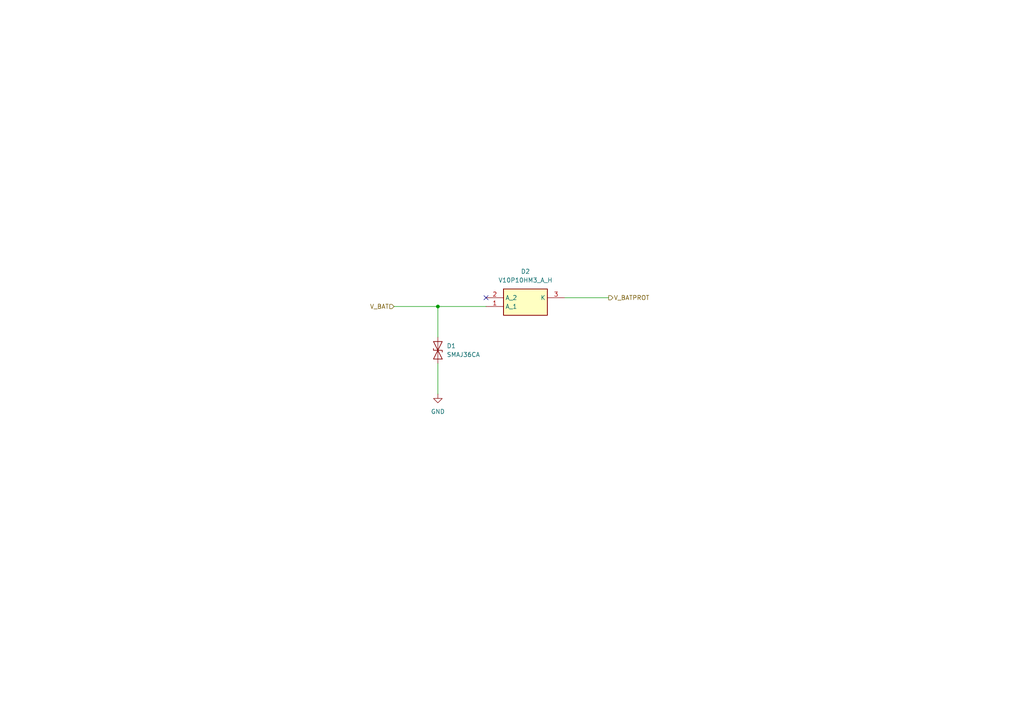
<source format=kicad_sch>
(kicad_sch (version 20231120) (generator "eeschema") (generator_version "8.0")
  (paper "A4")
  (title_block (title "${project_name}") (date "2024-11-20") (rev "v1") (company "${uni_name}") (comment 1 "${course_date}") (comment 2 "${folder_name}"))
  (lib_symbols
    (symbol "Diode:SMAJ36CA" (pin_numbers hide) (pin_names (offset 1.016) hide)
      (property "Reference" "D" (at 0 2.54 0))
      (property "Value" "SMAJ36CA" (at 0 -2.54 0))
      (symbol "SMAJ36CA_0_1"
        (polyline (pts (xy 1.27 0) (xy -1.27 0)))
        (polyline (pts (xy -2.54 -1.27) (xy 0 0) (xy -2.54 1.27) (xy -2.54 -1.27)) (stroke (width 0.2032)))
        (polyline (pts (xy 0.508 1.27) (xy 0 1.27) (xy 0 -1.27) (xy -0.508 -1.27)) (stroke (width 0.2032)))
        (polyline (pts (xy 2.54 1.27) (xy 2.54 -1.27) (xy 0 0) (xy 2.54 1.27)) (stroke (width 0.2032)))
      )
      (symbol "SMAJ36CA_1_1"
        (pin passive line (at -3.81 0 0) (length 2.54) (name "A1") (number "1"))
        (pin passive line (at 3.81 0 180) (length 2.54) (name "A2") (number "2"))
      )
    )
    (symbol "ECU_SW_Control_lib:V10P10HM3_A_H"
      (property "Reference" "D" (at 19.05 7.62 0))
      (property "Value" "V10P10HM3_A_H" (at 19.05 5.08 0))
      (symbol "V10P10HM3_A_H_1_1"
        (rectangle (start 5.08 2.54) (end 17.78 -5.08) (stroke (width 0.254)) (fill (type background)))
        (pin passive line (at 0 -2.54 0) (length 5.08) (name "A_1") (number "1"))
        (pin passive line (at 0 0 0) (length 5.08) (name "A_2") (number "2"))
        (pin passive line (at 22.86 0 180) (length 5.08) (name "K") (number "3"))
      )
    )
    (symbol "power:GND" (power) (pin_numbers hide) (pin_names (offset 0) hide)
      (property "Value" "GND" (at 0 -3.81 0))
      (symbol "GND_0_1"
        (polyline (pts (xy 0 0) (xy 0 -1.27) (xy 1.27 -1.27) (xy 0 -2.54) (xy -1.27 -1.27) (xy 0 -1.27)))
      )
      (symbol "GND_1_1"
        (pin power_in line (at 0 0 270) (length 0) (name "~") (number "1"))
      )
    )
  )
  (junction (at 127 88.9))
  (no_connect (at 140.97 86.36))
  (wire (pts (xy 127 88.9) (xy 127 97.79)))
  (wire (pts (xy 127 88.9) (xy 140.97 88.9)))
  (wire (pts (xy 163.83 86.36) (xy 176.53 86.36)))
  (wire (pts (xy 114.3 88.9) (xy 127 88.9)))
  (wire (pts (xy 127 105.41) (xy 127 114.3)))
  (hierarchical_label "V_BATPROT" (shape output) (at 176.53 86.36 0))
  (hierarchical_label "V_BAT" (shape input) (at 114.3 88.9 180))
  (symbol (lib_id "Diode:SMAJ36CA") (at 127 101.6 270) (unit 1)
    (property "Reference" "D1" (at 129.54 100.3299 90) (effects (justify left)))
    (property "Value" "SMAJ36CA" (at 129.54 102.8699 90) (effects (justify left)))
    (property "Footprint" "Diode_SMD:D_SMA" (effects (hide yes)))
    (property "Datasheet" "https://www.littelfuse.com/assetdocs/tvs-diodes-smbj-series-datasheet?assetguid=09a6ae9a-73cb-4ac4-acac-e6dab92ab953" (effects (hide yes)))
    (property "Description" "400W bidirectional Transient Voltage Suppressor, 36.0Vr, SMA(DO-214AC)" (effects (hide yes)))
    (property "Manufacturer_Name" "YAGEO" (effects (hide yes)))
    (property "Ordering_Code" "SMAJ36CA-AT/TR7" (effects (hide yes)))
    (property "Ordering_Link" "https://ozdisan.com/guc-yari-iletkenleri/diyotlar-modul-diyotlar-ve-dogrultucular/tvs-diyotlar/SMAJ36CA-ATTR7/973895" (effects (hide yes)))
  )
  (symbol (lib_id "power:GND") (at 127 114.3 0) (unit 1)
    (property "Reference" "#PWR02" (effects (hide yes)))
    (property "Value" "GND" (at 127 119.38 0))
    (property "Description" "Power symbol creates a global label with name \"GND\" , ground" (effects (hide yes)))
  )
  (symbol (lib_id "ECU_SW_Control_lib:V10P10HM3_A_H") (at 140.97 86.36 0) (unit 1)
    (property "Reference" "D2" (at 152.4 78.74 0))
    (property "Value" "V10P10HM3_A_H" (at 152.4 81.28 0))
    (property "Footprint" "Package_TO_SOT_SMD:TO-277A" (effects (hide yes)))
    (property "Datasheet" "https://www.vishay.com/docs/89006/v10p10.pdf" (effects (hide yes)))
    (property "Description" "Schottky Diodes & Rectifiers 10A, 100V, SMPC, TRENCH SKY RECT." (effects (hide yes)))
    (property "Manufacturer_Name" "Vishay" (effects (hide yes)))
    (property "Ordering_Code" "V10P10HM3_A/H" (effects (hide yes)))
    (property "Ordering_Link" "https://www.digikey.com/en/products/detail/vishay-general-semiconductor-diodes-division/V10P10HM3-A-H/5427050" (effects (hide yes)))
  )
)
</source>
